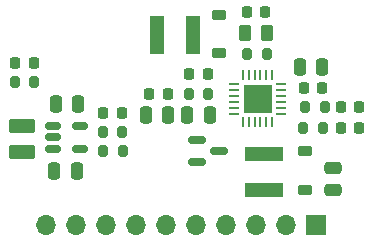
<source format=gbr>
%TF.GenerationSoftware,KiCad,Pcbnew,7.0.9-7.0.9~ubuntu22.04.1*%
%TF.CreationDate,2023-11-27T21:35:50+01:00*%
%TF.ProjectId,ohe_power_supply_1,6f68655f-706f-4776-9572-5f737570706c,rev?*%
%TF.SameCoordinates,Original*%
%TF.FileFunction,Soldermask,Top*%
%TF.FilePolarity,Negative*%
%FSLAX46Y46*%
G04 Gerber Fmt 4.6, Leading zero omitted, Abs format (unit mm)*
G04 Created by KiCad (PCBNEW 7.0.9-7.0.9~ubuntu22.04.1) date 2023-11-27 21:35:50*
%MOMM*%
%LPD*%
G01*
G04 APERTURE LIST*
G04 Aperture macros list*
%AMRoundRect*
0 Rectangle with rounded corners*
0 $1 Rounding radius*
0 $2 $3 $4 $5 $6 $7 $8 $9 X,Y pos of 4 corners*
0 Add a 4 corners polygon primitive as box body*
4,1,4,$2,$3,$4,$5,$6,$7,$8,$9,$2,$3,0*
0 Add four circle primitives for the rounded corners*
1,1,$1+$1,$2,$3*
1,1,$1+$1,$4,$5*
1,1,$1+$1,$6,$7*
1,1,$1+$1,$8,$9*
0 Add four rect primitives between the rounded corners*
20,1,$1+$1,$2,$3,$4,$5,0*
20,1,$1+$1,$4,$5,$6,$7,0*
20,1,$1+$1,$6,$7,$8,$9,0*
20,1,$1+$1,$8,$9,$2,$3,0*%
G04 Aperture macros list end*
%ADD10RoundRect,0.150000X-0.512500X-0.150000X0.512500X-0.150000X0.512500X0.150000X-0.512500X0.150000X0*%
%ADD11RoundRect,0.062500X-0.325000X-0.062500X0.325000X-0.062500X0.325000X0.062500X-0.325000X0.062500X0*%
%ADD12RoundRect,0.062500X-0.062500X-0.325000X0.062500X-0.325000X0.062500X0.325000X-0.062500X0.325000X0*%
%ADD13R,2.450000X2.450000*%
%ADD14RoundRect,0.200000X0.200000X0.275000X-0.200000X0.275000X-0.200000X-0.275000X0.200000X-0.275000X0*%
%ADD15RoundRect,0.200000X-0.200000X-0.275000X0.200000X-0.275000X0.200000X0.275000X-0.200000X0.275000X0*%
%ADD16RoundRect,0.250000X-0.262500X-0.450000X0.262500X-0.450000X0.262500X0.450000X-0.262500X0.450000X0*%
%ADD17RoundRect,0.150000X-0.587500X-0.150000X0.587500X-0.150000X0.587500X0.150000X-0.587500X0.150000X0*%
%ADD18RoundRect,0.250000X0.850000X-0.375000X0.850000X0.375000X-0.850000X0.375000X-0.850000X-0.375000X0*%
%ADD19R,3.300000X1.200000*%
%ADD20R,1.200000X3.300000*%
%ADD21R,1.700000X1.700000*%
%ADD22O,1.700000X1.700000*%
%ADD23RoundRect,0.218750X-0.218750X-0.256250X0.218750X-0.256250X0.218750X0.256250X-0.218750X0.256250X0*%
%ADD24RoundRect,0.225000X-0.375000X0.225000X-0.375000X-0.225000X0.375000X-0.225000X0.375000X0.225000X0*%
%ADD25RoundRect,0.225000X0.375000X-0.225000X0.375000X0.225000X-0.375000X0.225000X-0.375000X-0.225000X0*%
%ADD26RoundRect,0.225000X0.225000X0.250000X-0.225000X0.250000X-0.225000X-0.250000X0.225000X-0.250000X0*%
%ADD27RoundRect,0.250000X0.250000X0.475000X-0.250000X0.475000X-0.250000X-0.475000X0.250000X-0.475000X0*%
%ADD28RoundRect,0.225000X-0.225000X-0.250000X0.225000X-0.250000X0.225000X0.250000X-0.225000X0.250000X0*%
%ADD29RoundRect,0.250000X-0.250000X-0.475000X0.250000X-0.475000X0.250000X0.475000X-0.250000X0.475000X0*%
%ADD30RoundRect,0.250000X0.475000X-0.250000X0.475000X0.250000X-0.475000X0.250000X-0.475000X-0.250000X0*%
G04 APERTURE END LIST*
D10*
%TO.C,U2*%
X173925000Y-114400000D03*
X173925000Y-115350000D03*
X173925000Y-116300000D03*
X176200000Y-116300000D03*
X176200000Y-114400000D03*
%TD*%
D11*
%TO.C,U1*%
X189262500Y-110837500D03*
X189262500Y-111337500D03*
X189262500Y-111837500D03*
X189262500Y-112337500D03*
X189262500Y-112837500D03*
X189262500Y-113337500D03*
D12*
X190000000Y-114075000D03*
X190500000Y-114075000D03*
X191000000Y-114075000D03*
X191500000Y-114075000D03*
X192000000Y-114075000D03*
X192500000Y-114075000D03*
D11*
X193237500Y-113337500D03*
X193237500Y-112837500D03*
X193237500Y-112337500D03*
X193237500Y-111837500D03*
X193237500Y-111337500D03*
X193237500Y-110837500D03*
D12*
X192500000Y-110100000D03*
X192000000Y-110100000D03*
X191500000Y-110100000D03*
X191000000Y-110100000D03*
X190500000Y-110100000D03*
X190000000Y-110100000D03*
D13*
X191250000Y-112087500D03*
%TD*%
D14*
%TO.C,R8*%
X172350000Y-110700000D03*
X170700000Y-110700000D03*
%TD*%
%TO.C,R7*%
X178175000Y-116500000D03*
X179825000Y-116500000D03*
%TD*%
D15*
%TO.C,R6*%
X179800000Y-114900000D03*
X178150000Y-114900000D03*
%TD*%
%TO.C,R5*%
X195132500Y-114600000D03*
X196782500Y-114600000D03*
%TD*%
D14*
%TO.C,R4*%
X196925000Y-112757500D03*
X195275000Y-112757500D03*
%TD*%
%TO.C,R3*%
X190387500Y-108300000D03*
X192037500Y-108300000D03*
%TD*%
D16*
%TO.C,R2*%
X190200000Y-106500000D03*
X192025000Y-106500000D03*
%TD*%
D14*
%TO.C,R1*%
X187082500Y-111657500D03*
X185432500Y-111657500D03*
%TD*%
D17*
%TO.C,Q1*%
X187962500Y-116527500D03*
X186087500Y-117477500D03*
X186087500Y-115577500D03*
%TD*%
D18*
%TO.C,L3*%
X171300000Y-116550000D03*
X171300000Y-114400000D03*
%TD*%
D19*
%TO.C,L2*%
X191757500Y-119850000D03*
X191757500Y-116750000D03*
%TD*%
D20*
%TO.C,L1*%
X182700000Y-106700000D03*
X185800000Y-106700000D03*
%TD*%
D21*
%TO.C,J1*%
X196190000Y-122790000D03*
D22*
X193650000Y-122790000D03*
X191110000Y-122790000D03*
X188570000Y-122790000D03*
X186030000Y-122790000D03*
X183490000Y-122790000D03*
X180950000Y-122790000D03*
X178410000Y-122790000D03*
X175870000Y-122790000D03*
X173330000Y-122790000D03*
%TD*%
D23*
%TO.C,D3*%
X170730000Y-109080000D03*
X172305000Y-109080000D03*
%TD*%
D24*
%TO.C,D2*%
X195257500Y-116507500D03*
X195257500Y-119807500D03*
%TD*%
D25*
%TO.C,D1*%
X188000000Y-108250000D03*
X188000000Y-104950000D03*
%TD*%
D26*
%TO.C,C13*%
X178200000Y-113300000D03*
X179750000Y-113300000D03*
%TD*%
D27*
%TO.C,C12*%
X175950000Y-118200000D03*
X174050000Y-118200000D03*
%TD*%
D26*
%TO.C,C11*%
X199832500Y-114600000D03*
X198282500Y-114600000D03*
%TD*%
D28*
%TO.C,C10*%
X198325000Y-112757500D03*
X199875000Y-112757500D03*
%TD*%
D29*
%TO.C,C9*%
X174150000Y-112500000D03*
X176050000Y-112500000D03*
%TD*%
%TO.C,C8*%
X194807500Y-109357500D03*
X196707500Y-109357500D03*
%TD*%
D26*
%TO.C,C7*%
X191887500Y-104700000D03*
X190337500Y-104700000D03*
%TD*%
D30*
%TO.C,C6*%
X197657500Y-119807500D03*
X197657500Y-117907500D03*
%TD*%
D28*
%TO.C,C5*%
X195182500Y-111157500D03*
X196732500Y-111157500D03*
%TD*%
D26*
%TO.C,C4*%
X187032500Y-109957500D03*
X185482500Y-109957500D03*
%TD*%
D27*
%TO.C,C3*%
X187207500Y-113457500D03*
X185307500Y-113457500D03*
%TD*%
D26*
%TO.C,C2*%
X183632500Y-111657500D03*
X182082500Y-111657500D03*
%TD*%
D29*
%TO.C,C1*%
X181807500Y-113457500D03*
X183707500Y-113457500D03*
%TD*%
M02*

</source>
